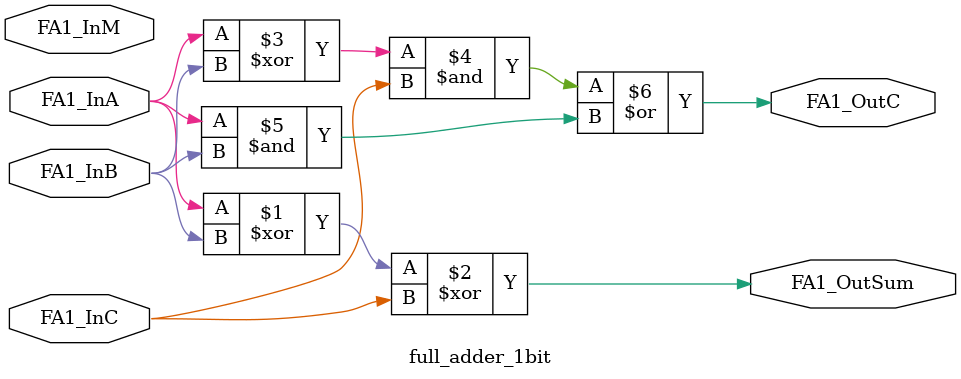
<source format=v>
`timescale 1ns / 1ps


module full_adder_1bit(
    input FA1_InA,
    input FA1_InB,
    input FA1_InC,
    input FA1_InM,
    output FA1_OutSum,
    output FA1_OutC
    );
    
    assign FA1_OutSum = FA1_InA^(FA1_InB)^FA1_InC;
    assign FA1_OutC = ((FA1_InA^(FA1_InB))&FA1_InC)|(FA1_InA&(FA1_InB));  
endmodule

</source>
